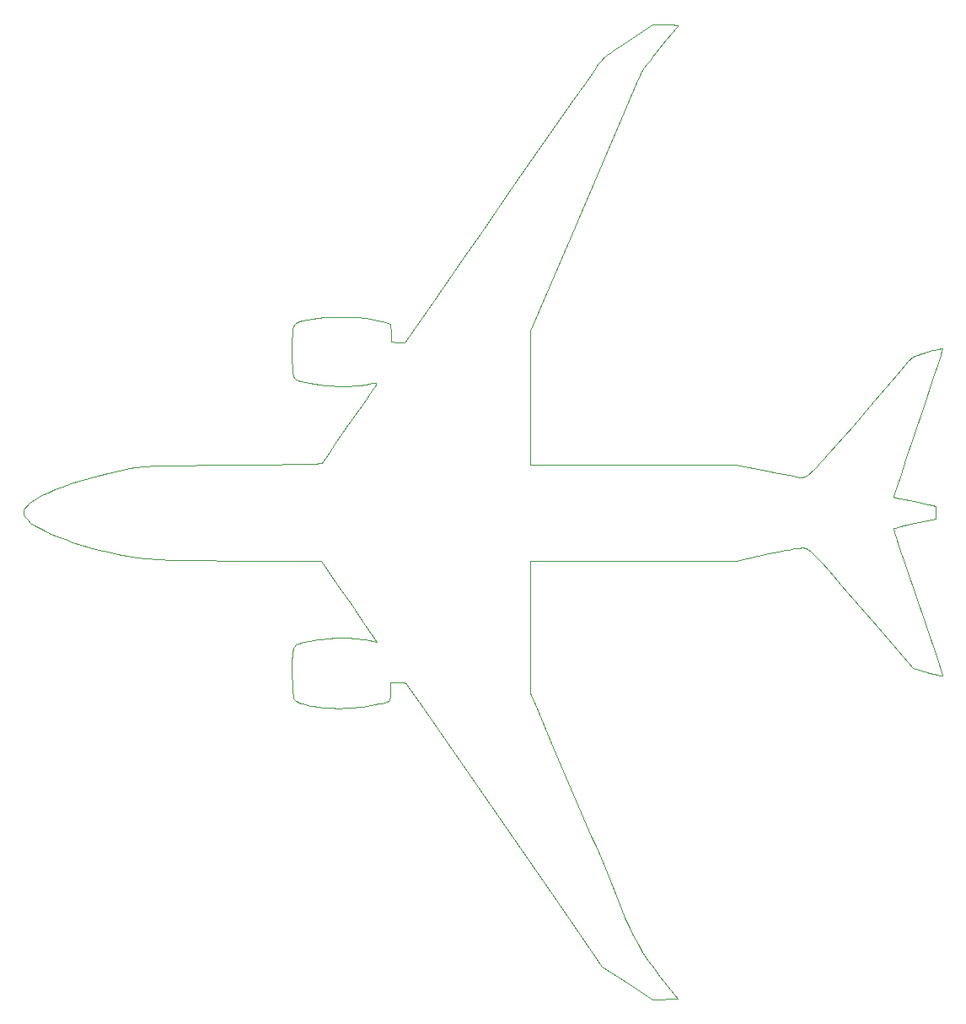
<source format=gbr>
G04 #@! TF.GenerationSoftware,KiCad,Pcbnew,(6.99.0-2452-gdb4f2d9dd8)*
G04 #@! TF.CreationDate,2022-07-29T14:25:34-05:00*
G04 #@! TF.ProjectId,787,3738372e-6b69-4636-9164-5f7063625858,rev?*
G04 #@! TF.SameCoordinates,Original*
G04 #@! TF.FileFunction,Profile,NP*
%FSLAX46Y46*%
G04 Gerber Fmt 4.6, Leading zero omitted, Abs format (unit mm)*
G04 Created by KiCad (PCBNEW (6.99.0-2452-gdb4f2d9dd8)) date 2022-07-29 14:25:34*
%MOMM*%
%LPD*%
G01*
G04 APERTURE LIST*
G04 #@! TA.AperFunction,Profile*
%ADD10C,0.078000*%
G04 #@! TD*
G04 APERTURE END LIST*
D10*
X106841628Y-65854004D02*
X107097932Y-65860456D01*
X107311179Y-65871421D01*
X107481439Y-65886914D01*
X107550473Y-65896363D01*
X107608788Y-65906950D01*
X107656392Y-65918675D01*
X107693295Y-65931541D01*
X107719507Y-65945550D01*
X107735036Y-65960704D01*
X107738797Y-65968710D01*
X107739891Y-65977004D01*
X107734081Y-65994451D01*
X107681074Y-66065861D01*
X107563665Y-66214681D01*
X107165362Y-66708010D01*
X106598603Y-67401358D01*
X105922821Y-68221646D01*
X105572962Y-68648753D01*
X105239102Y-69063828D01*
X104929080Y-69456599D01*
X104650739Y-69816792D01*
X104411920Y-70134133D01*
X104220465Y-70398351D01*
X104084213Y-70599171D01*
X104039240Y-70672596D01*
X104011008Y-70726320D01*
X103516902Y-71872567D01*
X102594955Y-74036857D01*
X97158021Y-86743164D01*
X92947555Y-96560392D01*
X92947555Y-110015065D01*
X113587693Y-110015065D01*
X116647607Y-110641441D01*
X117865678Y-110885737D01*
X118920222Y-111087853D01*
X119698375Y-111226789D01*
X119948535Y-111266001D01*
X120087273Y-111281541D01*
X120155579Y-111283287D01*
X120221715Y-111282601D01*
X120286951Y-111278171D01*
X120352553Y-111268683D01*
X120419792Y-111252822D01*
X120489933Y-111229274D01*
X120564247Y-111196726D01*
X120644001Y-111153864D01*
X120730463Y-111099374D01*
X120824902Y-111031942D01*
X120928586Y-110950253D01*
X121042782Y-110852995D01*
X121168760Y-110738853D01*
X121307788Y-110606512D01*
X121461133Y-110454661D01*
X121630065Y-110281983D01*
X121815850Y-110087166D01*
X122019759Y-109868895D01*
X122243058Y-109625858D01*
X122487015Y-109356738D01*
X122752901Y-109060224D01*
X123041981Y-108735000D01*
X123694802Y-107993169D01*
X124455623Y-107120734D01*
X125334590Y-106107184D01*
X127487549Y-103614693D01*
X129780621Y-100952394D01*
X130955940Y-99578655D01*
X131016054Y-99508938D01*
X131076606Y-99444553D01*
X131107506Y-99414143D01*
X131139069Y-99384807D01*
X131171479Y-99356458D01*
X131204919Y-99329009D01*
X131239575Y-99302374D01*
X131275630Y-99276467D01*
X131313269Y-99251202D01*
X131352676Y-99226491D01*
X131394036Y-99202248D01*
X131437532Y-99178387D01*
X131483350Y-99154821D01*
X131531673Y-99131465D01*
X131636572Y-99085033D01*
X131753705Y-99038399D01*
X131884546Y-98990872D01*
X132030570Y-98941761D01*
X132193250Y-98890373D01*
X132374062Y-98836016D01*
X132574480Y-98778001D01*
X132795979Y-98715634D01*
X133090791Y-98635284D01*
X133368506Y-98563007D01*
X133622854Y-98500191D01*
X133847566Y-98448228D01*
X134036370Y-98408507D01*
X134182998Y-98382418D01*
X134281178Y-98371352D01*
X134310141Y-98371887D01*
X134324641Y-98376698D01*
X134324127Y-98424385D01*
X134297551Y-98544983D01*
X134162383Y-99016532D01*
X133911476Y-99814581D01*
X133537171Y-100962368D01*
X132387729Y-104400101D01*
X130652776Y-109515621D01*
X130167437Y-110954354D01*
X129776298Y-112138865D01*
X129519275Y-112946472D01*
X129453532Y-113170599D01*
X129436287Y-113254494D01*
X129620828Y-113303738D01*
X130084542Y-113409543D01*
X131483771Y-113713007D01*
X132902542Y-114009231D01*
X133390683Y-114105987D01*
X133609423Y-114142563D01*
X133612640Y-114143435D01*
X133615816Y-114146023D01*
X133618948Y-114150284D01*
X133622031Y-114156176D01*
X133628035Y-114172679D01*
X133633796Y-114195192D01*
X133639281Y-114223370D01*
X133644459Y-114256874D01*
X133649297Y-114295361D01*
X133653763Y-114338488D01*
X133657825Y-114385914D01*
X133661449Y-114437297D01*
X133664605Y-114492296D01*
X133667259Y-114550567D01*
X133669380Y-114611769D01*
X133670935Y-114675560D01*
X133671891Y-114741599D01*
X133672217Y-114809543D01*
X133672217Y-115476523D01*
X131581418Y-115914320D01*
X130766113Y-116087801D01*
X130091803Y-116236510D01*
X129628543Y-116344632D01*
X129497951Y-116378531D01*
X129446392Y-116396352D01*
X129444776Y-116400490D01*
X129444473Y-116408280D01*
X129447689Y-116434437D01*
X129455805Y-116474068D01*
X129468590Y-116526415D01*
X129507230Y-116666236D01*
X129561742Y-116847851D01*
X129630260Y-117065210D01*
X129710920Y-117312264D01*
X129801854Y-117582963D01*
X129901197Y-117871259D01*
X132586728Y-125767580D01*
X133833764Y-129506872D01*
X134359383Y-131148475D01*
X134357754Y-131156694D01*
X134352822Y-131163754D01*
X134344627Y-131169663D01*
X134333207Y-131174427D01*
X134318605Y-131178055D01*
X134300859Y-131180553D01*
X134280009Y-131181930D01*
X134256096Y-131182191D01*
X134199240Y-131179401D01*
X134130611Y-131172241D01*
X134050529Y-131160770D01*
X133959315Y-131145048D01*
X133857289Y-131125133D01*
X133744772Y-131101085D01*
X133622083Y-131072963D01*
X133489543Y-131040826D01*
X133347473Y-131004733D01*
X133196193Y-130964744D01*
X133036022Y-130920916D01*
X132867283Y-130873310D01*
X132867283Y-130873322D01*
X131374433Y-130446200D01*
X127821301Y-126318696D01*
X124185418Y-122106665D01*
X122994951Y-120744775D01*
X122132813Y-119780223D01*
X121531510Y-119138953D01*
X121123552Y-118746905D01*
X120841447Y-118530022D01*
X120617703Y-118414246D01*
X120588013Y-118403028D01*
X120556045Y-118393149D01*
X120521475Y-118384655D01*
X120483981Y-118377593D01*
X120443239Y-118372011D01*
X120398928Y-118367956D01*
X120298302Y-118364617D01*
X120179519Y-118367953D01*
X120039997Y-118378344D01*
X119877150Y-118396167D01*
X119688397Y-118421800D01*
X119471153Y-118455623D01*
X119222834Y-118498014D01*
X118940857Y-118549350D01*
X118622639Y-118610010D01*
X117867144Y-118760816D01*
X116935679Y-118953459D01*
X113623595Y-119645909D01*
X92947549Y-119645909D01*
X92947549Y-132938020D01*
X93420921Y-134099817D01*
X95266152Y-138441254D01*
X99037824Y-147247715D01*
X99466413Y-148177323D01*
X99870711Y-149106379D01*
X100627889Y-150958289D01*
X102086776Y-154605482D01*
X102471235Y-155498854D01*
X102874317Y-156382582D01*
X103301387Y-157255530D01*
X103757810Y-158116562D01*
X104248949Y-158964541D01*
X104780169Y-159798331D01*
X105356836Y-160616795D01*
X105984312Y-161418798D01*
X107787264Y-163603784D01*
X105208483Y-163682346D01*
X102686558Y-162032654D01*
X100164632Y-160382957D01*
X95753376Y-154013536D01*
X86006274Y-139939449D01*
X82184844Y-134437405D01*
X80490037Y-132028409D01*
X80477654Y-132014964D01*
X80464509Y-132002104D01*
X80450581Y-131989825D01*
X80435849Y-131978125D01*
X80420292Y-131966998D01*
X80403889Y-131956441D01*
X80386619Y-131946451D01*
X80368462Y-131937024D01*
X80349396Y-131928155D01*
X80329400Y-131919842D01*
X80308454Y-131912080D01*
X80286536Y-131904865D01*
X80263625Y-131898194D01*
X80239701Y-131892063D01*
X80188729Y-131881405D01*
X80133450Y-131872861D01*
X80073699Y-131866402D01*
X80009306Y-131861995D01*
X79940104Y-131859613D01*
X79865925Y-131859223D01*
X79786603Y-131860795D01*
X79701968Y-131864300D01*
X79611853Y-131869707D01*
X78914059Y-131917383D01*
X78912107Y-132695208D01*
X78909617Y-132854588D01*
X78903308Y-133009331D01*
X78893603Y-133155616D01*
X78880923Y-133289624D01*
X78865692Y-133407534D01*
X78848333Y-133505528D01*
X78838987Y-133545862D01*
X78829267Y-133579785D01*
X78819227Y-133606819D01*
X78808918Y-133626486D01*
X78772763Y-133667380D01*
X78718484Y-133708625D01*
X78559163Y-133791640D01*
X78338168Y-133874476D01*
X78062712Y-133956079D01*
X77740006Y-134035397D01*
X77377265Y-134111374D01*
X76981700Y-134182957D01*
X76560525Y-134249092D01*
X76120952Y-134308725D01*
X75670194Y-134360803D01*
X75215464Y-134404270D01*
X74763975Y-134438075D01*
X74322938Y-134461162D01*
X73899568Y-134472477D01*
X73501076Y-134470967D01*
X73134676Y-134455578D01*
X72278897Y-134388780D01*
X71526684Y-134306677D01*
X71189361Y-134259873D01*
X70877865Y-134209228D01*
X70592175Y-134154735D01*
X70332270Y-134096389D01*
X70098128Y-134034186D01*
X69889727Y-133968121D01*
X69707047Y-133898187D01*
X69550066Y-133824380D01*
X69418763Y-133746694D01*
X69313116Y-133665125D01*
X69233103Y-133579667D01*
X69178704Y-133490314D01*
X69163733Y-133445995D01*
X69149017Y-133380052D01*
X69134636Y-133293769D01*
X69120673Y-133188432D01*
X69094324Y-132925734D01*
X69070620Y-132602239D01*
X69050210Y-132228227D01*
X69033746Y-131813977D01*
X69021875Y-131369770D01*
X69015250Y-130905886D01*
X69011332Y-129958611D01*
X69016724Y-129573809D01*
X69030390Y-129242068D01*
X69054861Y-128958767D01*
X69092668Y-128719283D01*
X69117363Y-128614528D01*
X69146341Y-128518995D01*
X69179919Y-128432105D01*
X69218411Y-128353280D01*
X69262136Y-128281944D01*
X69311409Y-128217518D01*
X69366546Y-128159425D01*
X69427864Y-128107086D01*
X69495679Y-128059925D01*
X69570308Y-128017363D01*
X69652067Y-127978823D01*
X69741272Y-127943726D01*
X69943285Y-127881554D01*
X70178878Y-127826226D01*
X70760928Y-127717611D01*
X71620885Y-127582467D01*
X72039790Y-127529325D01*
X72452149Y-127485802D01*
X72858589Y-127451897D01*
X73259736Y-127427610D01*
X73656218Y-127412942D01*
X74048662Y-127407890D01*
X74437693Y-127412456D01*
X74823941Y-127426638D01*
X75208031Y-127450437D01*
X75590590Y-127483852D01*
X75972245Y-127526882D01*
X76353623Y-127579528D01*
X76735352Y-127641788D01*
X77118057Y-127713662D01*
X77571569Y-127804363D01*
X76389479Y-126098453D01*
X75078586Y-124197118D01*
X73586819Y-122021359D01*
X71966256Y-119650182D01*
X63966602Y-119648034D01*
X58828048Y-119627170D01*
X57011345Y-119594748D01*
X55563992Y-119540896D01*
X54386715Y-119460539D01*
X53380238Y-119348599D01*
X52445287Y-119200000D01*
X51482587Y-119009666D01*
X50507935Y-118792950D01*
X49563588Y-118560915D01*
X48654041Y-118315555D01*
X47783788Y-118058864D01*
X46957325Y-117792837D01*
X46179146Y-117519468D01*
X45453746Y-117240752D01*
X44785621Y-116958683D01*
X44179264Y-116675255D01*
X43639172Y-116392463D01*
X43169839Y-116112301D01*
X42775759Y-115836764D01*
X42461428Y-115567845D01*
X42231341Y-115307540D01*
X42089993Y-115057843D01*
X42054000Y-114937596D01*
X42041877Y-114820748D01*
X42055898Y-114692936D01*
X42097493Y-114561581D01*
X42165965Y-114426973D01*
X42260616Y-114289401D01*
X42380747Y-114149154D01*
X42525660Y-114006520D01*
X42694657Y-113861790D01*
X42887040Y-113715252D01*
X43102110Y-113567194D01*
X43339169Y-113417906D01*
X43876464Y-113116796D01*
X44493336Y-112814234D01*
X45184202Y-112512531D01*
X45943475Y-112214000D01*
X46765569Y-111920953D01*
X47644899Y-111635701D01*
X48575880Y-111360557D01*
X49552924Y-111097832D01*
X50570447Y-110849839D01*
X51622863Y-110618890D01*
X52704586Y-110407296D01*
X53261209Y-110311309D01*
X53535555Y-110271706D01*
X53824658Y-110237104D01*
X54141568Y-110207061D01*
X54499337Y-110181131D01*
X54911014Y-110158872D01*
X55389650Y-110139838D01*
X55948295Y-110123586D01*
X56600000Y-110109672D01*
X58234792Y-110087083D01*
X60398429Y-110068518D01*
X63195314Y-110050425D01*
X66631956Y-110020237D01*
X69442231Y-109977590D01*
X71338980Y-109928108D01*
X71855045Y-109902561D01*
X72035043Y-109877414D01*
X72057045Y-109825160D01*
X72121733Y-109713216D01*
X72371241Y-109321834D01*
X72767726Y-108726417D01*
X73295343Y-107950114D01*
X74680606Y-105947447D01*
X76400289Y-103499025D01*
X76843569Y-102860816D01*
X77034066Y-102578297D01*
X77197812Y-102329412D01*
X77330315Y-102121094D01*
X77427083Y-101960274D01*
X77483625Y-101853886D01*
X77495407Y-101823269D01*
X77495447Y-101808860D01*
X77491668Y-101806053D01*
X77486375Y-101803645D01*
X77479612Y-101801633D01*
X77471420Y-101800010D01*
X77450922Y-101797912D01*
X77425220Y-101797308D01*
X77394651Y-101798157D01*
X77359557Y-101800415D01*
X77320274Y-101804042D01*
X77277143Y-101808994D01*
X77230503Y-101815229D01*
X77180691Y-101822706D01*
X77128048Y-101831380D01*
X77072913Y-101841211D01*
X77015623Y-101852156D01*
X76956519Y-101864172D01*
X76895939Y-101877218D01*
X76834222Y-101891251D01*
X76375855Y-101981164D01*
X75870058Y-102050020D01*
X75326469Y-102098623D01*
X74754728Y-102127779D01*
X74164476Y-102138293D01*
X73565352Y-102130972D01*
X72966996Y-102106619D01*
X72379048Y-102066041D01*
X71811148Y-102010044D01*
X71272935Y-101939432D01*
X70774050Y-101855012D01*
X70324132Y-101757588D01*
X69932821Y-101647966D01*
X69609757Y-101526951D01*
X69364580Y-101395349D01*
X69274212Y-101325830D01*
X69206930Y-101253966D01*
X69193713Y-101234842D01*
X69181054Y-101213001D01*
X69168944Y-101188312D01*
X69157373Y-101160644D01*
X69135808Y-101095850D01*
X69116282Y-101017570D01*
X69098716Y-100924758D01*
X69083033Y-100816367D01*
X69069154Y-100691350D01*
X69057002Y-100548661D01*
X69046499Y-100387251D01*
X69037566Y-100206074D01*
X69030126Y-100004084D01*
X69024100Y-99780233D01*
X69015981Y-99262760D01*
X69012584Y-98645282D01*
X69013034Y-97951629D01*
X69018456Y-97399532D01*
X69030573Y-96969824D01*
X69051107Y-96643340D01*
X69065068Y-96512817D01*
X69081779Y-96400913D01*
X69101456Y-96305232D01*
X69124312Y-96223379D01*
X69150565Y-96152957D01*
X69180429Y-96091571D01*
X69214119Y-96036825D01*
X69251850Y-95986324D01*
X69333623Y-95903732D01*
X69440944Y-95825340D01*
X69572517Y-95751195D01*
X69727048Y-95681345D01*
X70099804Y-95554720D01*
X70548852Y-95445843D01*
X71063831Y-95355094D01*
X71634383Y-95282851D01*
X72250146Y-95229495D01*
X72900762Y-95195405D01*
X73575870Y-95180959D01*
X74265111Y-95186537D01*
X74958125Y-95212519D01*
X75644552Y-95259283D01*
X76314032Y-95327210D01*
X76956206Y-95416678D01*
X77560713Y-95528066D01*
X78117194Y-95661754D01*
X78902389Y-95876922D01*
X78942695Y-96789134D01*
X78983001Y-97701351D01*
X79670916Y-97740806D01*
X80358832Y-97780267D01*
X83110499Y-93777238D01*
X85178340Y-90780699D01*
X86285920Y-89197529D01*
X87952847Y-86809909D01*
X91365513Y-81879263D01*
X97282020Y-73349096D01*
X98411499Y-71737182D01*
X99356764Y-70373358D01*
X99629294Y-69980671D01*
X99750217Y-69814630D01*
X99867300Y-69663367D01*
X99985331Y-69522811D01*
X100109100Y-69388897D01*
X100243397Y-69257553D01*
X100393012Y-69124714D01*
X100562734Y-68986309D01*
X100757354Y-68838271D01*
X100981660Y-68676531D01*
X101240443Y-68497020D01*
X101538492Y-68295671D01*
X101880597Y-68068414D01*
X102716134Y-67519906D01*
X105261423Y-65853611D01*
X106542193Y-65852052D01*
X106841628Y-65854004D01*
M02*

</source>
